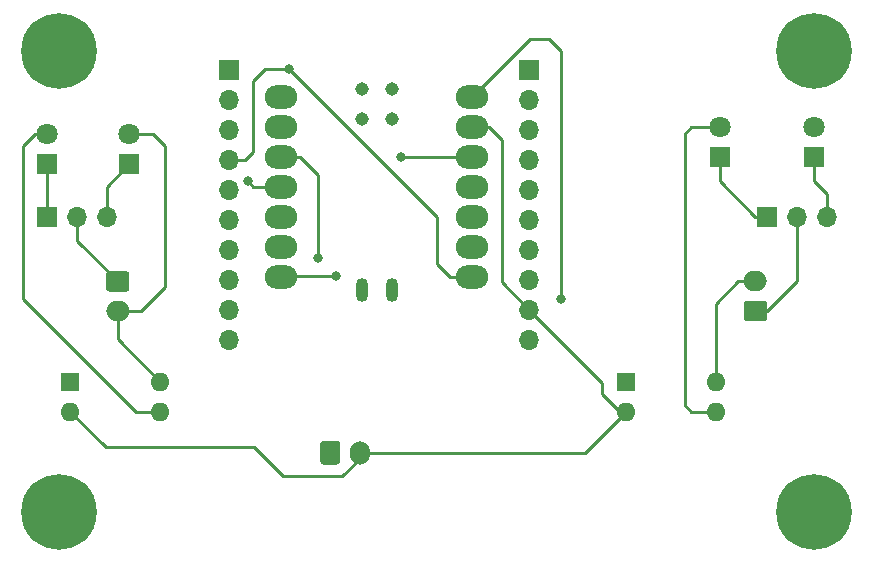
<source format=gbr>
%TF.GenerationSoftware,KiCad,Pcbnew,(5.1.9)-1*%
%TF.CreationDate,2022-06-16T11:17:04+09:00*%
%TF.ProjectId,Receiver,52656365-6976-4657-922e-6b696361645f,rev?*%
%TF.SameCoordinates,Original*%
%TF.FileFunction,Copper,L1,Top*%
%TF.FilePolarity,Positive*%
%FSLAX46Y46*%
G04 Gerber Fmt 4.6, Leading zero omitted, Abs format (unit mm)*
G04 Created by KiCad (PCBNEW (5.1.9)-1) date 2022-06-16 11:17:04*
%MOMM*%
%LPD*%
G01*
G04 APERTURE LIST*
%TA.AperFunction,ComponentPad*%
%ADD10C,0.800000*%
%TD*%
%TA.AperFunction,ComponentPad*%
%ADD11C,6.400000*%
%TD*%
%TA.AperFunction,ComponentPad*%
%ADD12R,1.700000X1.700000*%
%TD*%
%TA.AperFunction,ComponentPad*%
%ADD13O,1.700000X1.700000*%
%TD*%
%TA.AperFunction,ComponentPad*%
%ADD14O,1.700000X2.000000*%
%TD*%
%TA.AperFunction,ComponentPad*%
%ADD15O,2.000000X1.700000*%
%TD*%
%TA.AperFunction,ComponentPad*%
%ADD16R,1.600000X1.600000*%
%TD*%
%TA.AperFunction,ComponentPad*%
%ADD17O,1.600000X1.600000*%
%TD*%
%TA.AperFunction,ComponentPad*%
%ADD18R,1.800000X1.800000*%
%TD*%
%TA.AperFunction,ComponentPad*%
%ADD19C,1.800000*%
%TD*%
%TA.AperFunction,SMDPad,CuDef*%
%ADD20O,2.748280X1.998980*%
%TD*%
%TA.AperFunction,SMDPad,CuDef*%
%ADD21O,1.016000X2.032000*%
%TD*%
%TA.AperFunction,SMDPad,CuDef*%
%ADD22C,1.143000*%
%TD*%
%TA.AperFunction,ViaPad*%
%ADD23C,0.800000*%
%TD*%
%TA.AperFunction,Conductor*%
%ADD24C,0.250000*%
%TD*%
G04 APERTURE END LIST*
D10*
%TO.P,REF\u002A\u002A,1*%
%TO.N,N/C*%
X150697056Y-146302944D03*
X149000000Y-145600000D03*
X147302944Y-146302944D03*
X146600000Y-148000000D03*
X147302944Y-149697056D03*
X149000000Y-150400000D03*
X150697056Y-149697056D03*
X151400000Y-148000000D03*
D11*
X149000000Y-148000000D03*
%TD*%
D10*
%TO.P,REF\u002A\u002A,1*%
%TO.N,N/C*%
X150697056Y-107302944D03*
X149000000Y-106600000D03*
X147302944Y-107302944D03*
X146600000Y-109000000D03*
X147302944Y-110697056D03*
X149000000Y-111400000D03*
X150697056Y-110697056D03*
X151400000Y-109000000D03*
D11*
X149000000Y-109000000D03*
%TD*%
D10*
%TO.P,REF\u002A\u002A,1*%
%TO.N,N/C*%
X86697056Y-107302944D03*
X85000000Y-106600000D03*
X83302944Y-107302944D03*
X82600000Y-109000000D03*
X83302944Y-110697056D03*
X85000000Y-111400000D03*
X86697056Y-110697056D03*
X87400000Y-109000000D03*
D11*
X85000000Y-109000000D03*
%TD*%
D10*
%TO.P,REF\u002A\u002A,1*%
%TO.N,N/C*%
X86697056Y-146302944D03*
X85000000Y-145600000D03*
X83302944Y-146302944D03*
X82600000Y-148000000D03*
X83302944Y-149697056D03*
X85000000Y-150400000D03*
X86697056Y-149697056D03*
X87400000Y-148000000D03*
D11*
X85000000Y-148000000D03*
%TD*%
D12*
%TO.P,J3,1*%
%TO.N,N/C*%
X99440000Y-110600000D03*
D13*
%TO.P,J3,2*%
X99440000Y-113140000D03*
%TO.P,J3,3*%
X99440000Y-115680000D03*
%TO.P,J3,4*%
%TO.N,RX*%
X99440000Y-118220000D03*
%TO.P,J3,5*%
%TO.N,N/C*%
X99440000Y-120760000D03*
%TO.P,J3,6*%
X99440000Y-123300000D03*
%TO.P,J3,7*%
X99440000Y-125840000D03*
%TO.P,J3,8*%
X99440000Y-128380000D03*
%TO.P,J3,9*%
%TO.N,+3V3*%
X99440000Y-130920000D03*
%TO.P,J3,10*%
%TO.N,N/C*%
X99440000Y-133460000D03*
%TD*%
%TO.P,J4,10*%
%TO.N,N/C*%
X124840000Y-133460000D03*
%TO.P,J4,9*%
%TO.N,GND*%
X124840000Y-130920000D03*
%TO.P,J4,8*%
%TO.N,N/C*%
X124840000Y-128380000D03*
%TO.P,J4,7*%
X124840000Y-125840000D03*
%TO.P,J4,6*%
X124840000Y-123300000D03*
%TO.P,J4,5*%
X124840000Y-120760000D03*
%TO.P,J4,4*%
X124840000Y-118220000D03*
%TO.P,J4,3*%
%TO.N,TX*%
X124840000Y-115680000D03*
%TO.P,J4,2*%
%TO.N,N/C*%
X124840000Y-113140000D03*
D12*
%TO.P,J4,1*%
X124840000Y-110600000D03*
%TD*%
%TO.P,J5,1*%
%TO.N,+5V*%
%TA.AperFunction,ComponentPad*%
G36*
G01*
X107150000Y-143750000D02*
X107150000Y-142250000D01*
G75*
G02*
X107400000Y-142000000I250000J0D01*
G01*
X108600000Y-142000000D01*
G75*
G02*
X108850000Y-142250000I0J-250000D01*
G01*
X108850000Y-143750000D01*
G75*
G02*
X108600000Y-144000000I-250000J0D01*
G01*
X107400000Y-144000000D01*
G75*
G02*
X107150000Y-143750000I0J250000D01*
G01*
G37*
%TD.AperFunction*%
D14*
%TO.P,J5,2*%
%TO.N,GND*%
X110500000Y-143000000D03*
%TD*%
%TO.P,J6,1*%
%TO.N,Net-(J6-Pad1)*%
%TA.AperFunction,ComponentPad*%
G36*
G01*
X89250000Y-127650000D02*
X90750000Y-127650000D01*
G75*
G02*
X91000000Y-127900000I0J-250000D01*
G01*
X91000000Y-129100000D01*
G75*
G02*
X90750000Y-129350000I-250000J0D01*
G01*
X89250000Y-129350000D01*
G75*
G02*
X89000000Y-129100000I0J250000D01*
G01*
X89000000Y-127900000D01*
G75*
G02*
X89250000Y-127650000I250000J0D01*
G01*
G37*
%TD.AperFunction*%
D15*
%TO.P,J6,2*%
%TO.N,Net-(D2-Pad2)*%
X90000000Y-131000000D03*
%TD*%
D16*
%TO.P,U1,1*%
%TO.N,Out1*%
X86000000Y-137000000D03*
D17*
%TO.P,U1,3*%
%TO.N,Net-(D1-Pad2)*%
X93620000Y-139540000D03*
%TO.P,U1,2*%
%TO.N,GND*%
X86000000Y-139540000D03*
%TO.P,U1,4*%
%TO.N,Net-(D2-Pad2)*%
X93620000Y-137000000D03*
%TD*%
D18*
%TO.P,D1,1*%
%TO.N,Net-(D1-Pad1)*%
X84000000Y-118540000D03*
D19*
%TO.P,D1,2*%
%TO.N,Net-(D1-Pad2)*%
X84000000Y-116000000D03*
%TD*%
%TO.P,D2,2*%
%TO.N,Net-(D2-Pad2)*%
X91000000Y-116000000D03*
D18*
%TO.P,D2,1*%
%TO.N,Net-(D2-Pad1)*%
X91000000Y-118540000D03*
%TD*%
D12*
%TO.P,SW1,1*%
%TO.N,Net-(D1-Pad1)*%
X84000000Y-123000000D03*
D13*
%TO.P,SW1,2*%
%TO.N,Net-(J6-Pad1)*%
X86540000Y-123000000D03*
%TO.P,SW1,3*%
%TO.N,Net-(D2-Pad1)*%
X89080000Y-123000000D03*
%TD*%
D20*
%TO.P,U2,14*%
%TO.N,+5V*%
X119997680Y-112882180D03*
%TO.P,U2,13*%
%TO.N,GND*%
X119997680Y-115422180D03*
%TO.P,U2,12*%
%TO.N,+3V3*%
X119997680Y-117962180D03*
%TO.P,U2,11*%
%TO.N,N/C*%
X119997680Y-120502180D03*
%TO.P,U2,10*%
X119997680Y-123042180D03*
%TO.P,U2,9*%
X119997680Y-125582180D03*
%TO.P,U2,8*%
%TO.N,RX*%
X119997680Y-128122180D03*
%TO.P,U2,7*%
%TO.N,TX*%
X103833120Y-128122180D03*
%TO.P,U2,6*%
%TO.N,N/C*%
X103833120Y-125582180D03*
%TO.P,U2,5*%
X103833120Y-123042180D03*
%TO.P,U2,4*%
%TO.N,Out2*%
X103833120Y-120502180D03*
%TO.P,U2,3*%
%TO.N,Out1*%
X103833120Y-117962180D03*
%TO.P,U2,2*%
%TO.N,N/C*%
X103833120Y-115422180D03*
%TO.P,U2,1*%
X103833120Y-112882180D03*
D21*
%TO.P,U2,15*%
X110700000Y-129200000D03*
%TO.P,U2,16*%
X113250000Y-129200000D03*
D22*
%TO.P,U2,17*%
X110698803Y-112195813D03*
%TO.P,U2,18*%
X113238803Y-112195813D03*
%TO.P,U2,19*%
X110698803Y-114735813D03*
%TO.P,U2,20*%
X113238803Y-114735813D03*
%TD*%
D19*
%TO.P,D3,2*%
%TO.N,Net-(D3-Pad2)*%
X141000000Y-115460000D03*
D18*
%TO.P,D3,1*%
%TO.N,Net-(D3-Pad1)*%
X141000000Y-118000000D03*
%TD*%
%TO.P,D4,1*%
%TO.N,Net-(D4-Pad1)*%
X149000000Y-118000000D03*
D19*
%TO.P,D4,2*%
%TO.N,Net-(D4-Pad2)*%
X149000000Y-115460000D03*
%TD*%
%TO.P,J1,1*%
%TO.N,Net-(J1-Pad1)*%
%TA.AperFunction,ComponentPad*%
G36*
G01*
X144750000Y-131850000D02*
X143250000Y-131850000D01*
G75*
G02*
X143000000Y-131600000I0J250000D01*
G01*
X143000000Y-130400000D01*
G75*
G02*
X143250000Y-130150000I250000J0D01*
G01*
X144750000Y-130150000D01*
G75*
G02*
X145000000Y-130400000I0J-250000D01*
G01*
X145000000Y-131600000D01*
G75*
G02*
X144750000Y-131850000I-250000J0D01*
G01*
G37*
%TD.AperFunction*%
D15*
%TO.P,J1,2*%
%TO.N,Net-(D4-Pad2)*%
X144000000Y-128500000D03*
%TD*%
D12*
%TO.P,SW2,1*%
%TO.N,Net-(D3-Pad1)*%
X145000000Y-123000000D03*
D13*
%TO.P,SW2,2*%
%TO.N,Net-(J1-Pad1)*%
X147540000Y-123000000D03*
%TO.P,SW2,3*%
%TO.N,Net-(D4-Pad1)*%
X150080000Y-123000000D03*
%TD*%
D16*
%TO.P,U3,1*%
%TO.N,Out2*%
X133000000Y-137000000D03*
D17*
%TO.P,U3,3*%
%TO.N,Net-(D3-Pad2)*%
X140620000Y-139540000D03*
%TO.P,U3,2*%
%TO.N,GND*%
X133000000Y-139540000D03*
%TO.P,U3,4*%
%TO.N,Net-(D4-Pad2)*%
X140620000Y-137000000D03*
%TD*%
D23*
%TO.N,+5V*%
X127500000Y-130000000D03*
%TO.N,RX*%
X104500000Y-110500000D03*
%TO.N,+3V3*%
X114000000Y-118000000D03*
%TO.N,TX*%
X108500000Y-128000000D03*
%TO.N,Out1*%
X107000000Y-126500000D03*
%TO.N,Out2*%
X101000000Y-120000000D03*
%TD*%
D24*
%TO.N,Net-(D1-Pad1)*%
X84000000Y-118540000D02*
X84000000Y-123000000D01*
%TO.N,Net-(D1-Pad2)*%
X93620000Y-139540000D02*
X91540000Y-139540000D01*
X91540000Y-139540000D02*
X82000000Y-130000000D01*
X82000000Y-130000000D02*
X82000000Y-117000000D01*
X82000000Y-117000000D02*
X83000000Y-116000000D01*
X83000000Y-116000000D02*
X84000000Y-116000000D01*
%TO.N,Net-(D2-Pad1)*%
X89080000Y-120460000D02*
X91000000Y-118540000D01*
X89080000Y-123000000D02*
X89080000Y-120460000D01*
%TO.N,GND*%
X86000000Y-139540000D02*
X89000000Y-142540000D01*
X89000000Y-142540000D02*
X101540000Y-142540000D01*
X101540000Y-142540000D02*
X104000000Y-145000000D01*
X104000000Y-145000000D02*
X109000000Y-145000000D01*
X110500000Y-143500000D02*
X110500000Y-143000000D01*
X109000000Y-145000000D02*
X110500000Y-143500000D01*
X129540000Y-143000000D02*
X133000000Y-139540000D01*
X110500000Y-143000000D02*
X129540000Y-143000000D01*
X124840000Y-130920000D02*
X131000000Y-137080000D01*
X131000000Y-137080000D02*
X131000000Y-138000000D01*
X132540000Y-139540000D02*
X133000000Y-139540000D01*
X131000000Y-138000000D02*
X132540000Y-139540000D01*
X122500000Y-116500000D02*
X121422180Y-115422180D01*
X121422180Y-115422180D02*
X119997680Y-115422180D01*
X122500000Y-128580000D02*
X122500000Y-116500000D01*
X124840000Y-130920000D02*
X122500000Y-128580000D01*
%TO.N,Net-(J1-Pad1)*%
X144000000Y-131000000D02*
X145000000Y-131000000D01*
X147540000Y-128460000D02*
X147540000Y-123000000D01*
X145000000Y-131000000D02*
X147540000Y-128460000D01*
%TO.N,Net-(D2-Pad2)*%
X90000000Y-133380000D02*
X93620000Y-137000000D01*
X90000000Y-131000000D02*
X90000000Y-133380000D01*
X91000000Y-116000000D02*
X93000000Y-116000000D01*
X93000000Y-116000000D02*
X94000000Y-117000000D01*
X94000000Y-117000000D02*
X94000000Y-129000000D01*
X94000000Y-129000000D02*
X92000000Y-131000000D01*
X92000000Y-131000000D02*
X90000000Y-131000000D01*
%TO.N,+5V*%
X119997680Y-112882180D02*
X124879860Y-108000000D01*
X124879860Y-108000000D02*
X126500000Y-108000000D01*
X126500000Y-108000000D02*
X127500000Y-109000000D01*
X127500000Y-109000000D02*
X127500000Y-130000000D01*
X127500000Y-130000000D02*
X127500000Y-130000000D01*
%TO.N,Net-(J6-Pad1)*%
X86540000Y-125040000D02*
X90000000Y-128500000D01*
X86540000Y-123000000D02*
X86540000Y-125040000D01*
%TO.N,RX*%
X99440000Y-118220000D02*
X100780000Y-118220000D01*
X100780000Y-118220000D02*
X101500000Y-117500000D01*
X101500000Y-117500000D02*
X101500000Y-112000000D01*
X101500000Y-112000000D02*
X101500000Y-111500000D01*
X101500000Y-111500000D02*
X102500000Y-110500000D01*
X102500000Y-110500000D02*
X103500000Y-110500000D01*
X103500000Y-110500000D02*
X104500000Y-110500000D01*
X104500000Y-110500000D02*
X104500000Y-110500000D01*
X104500000Y-110500000D02*
X117000000Y-123000000D01*
X117000000Y-123000000D02*
X117000000Y-127000000D01*
X118122180Y-128122180D02*
X119997680Y-128122180D01*
X117000000Y-127000000D02*
X118122180Y-128122180D01*
%TO.N,+3V3*%
X119959860Y-118000000D02*
X119997680Y-117962180D01*
X114000000Y-118000000D02*
X119959860Y-118000000D01*
%TO.N,TX*%
X103955300Y-128000000D02*
X103833120Y-128122180D01*
X108500000Y-128000000D02*
X103955300Y-128000000D01*
%TO.N,Net-(D3-Pad2)*%
X138540000Y-115460000D02*
X141000000Y-115460000D01*
X138000000Y-116000000D02*
X138540000Y-115460000D01*
X138000000Y-139000000D02*
X138000000Y-116000000D01*
X138540000Y-139540000D02*
X138000000Y-139000000D01*
X140620000Y-139540000D02*
X138540000Y-139540000D01*
%TO.N,Net-(D3-Pad1)*%
X141000000Y-118000000D02*
X141000000Y-120000000D01*
X144000000Y-123000000D02*
X145000000Y-123000000D01*
X141000000Y-120000000D02*
X144000000Y-123000000D01*
%TO.N,Net-(D4-Pad1)*%
X149000000Y-118000000D02*
X149000000Y-120000000D01*
X150080000Y-121080000D02*
X150080000Y-123000000D01*
X149000000Y-120000000D02*
X150080000Y-121080000D01*
%TO.N,Net-(D4-Pad2)*%
X144000000Y-128500000D02*
X142500000Y-128500000D01*
X140620000Y-130380000D02*
X140620000Y-137000000D01*
X142500000Y-128500000D02*
X140620000Y-130380000D01*
%TO.N,Out1*%
X107000000Y-126500000D02*
X107000000Y-119500000D01*
X105462180Y-117962180D02*
X103833120Y-117962180D01*
X107000000Y-119500000D02*
X105462180Y-117962180D01*
%TO.N,Out2*%
X101502180Y-120502180D02*
X101000000Y-120000000D01*
X103833120Y-120502180D02*
X101502180Y-120502180D01*
%TD*%
M02*

</source>
